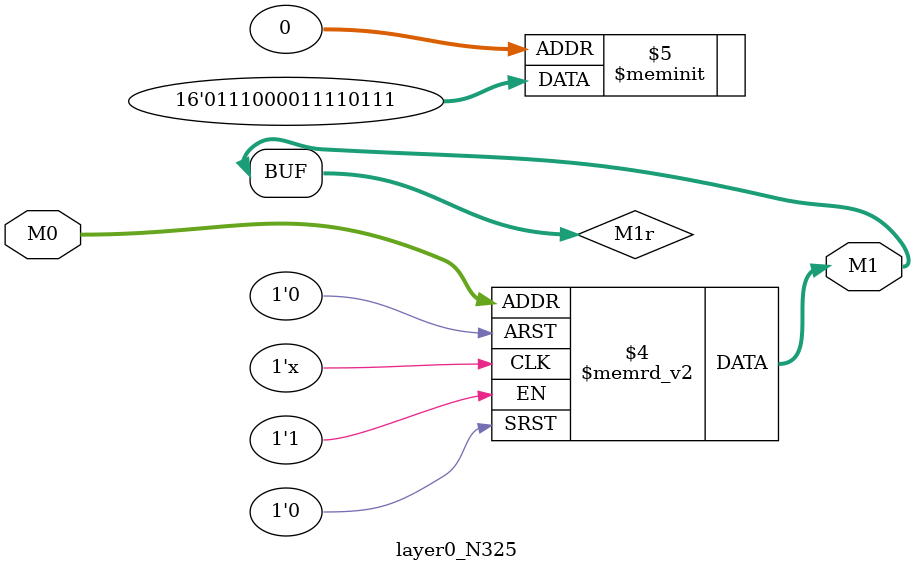
<source format=v>
module layer0_N325 ( input [2:0] M0, output [1:0] M1 );

	(*rom_style = "distributed" *) reg [1:0] M1r;
	assign M1 = M1r;
	always @ (M0) begin
		case (M0)
			3'b000: M1r = 2'b11;
			3'b100: M1r = 2'b00;
			3'b010: M1r = 2'b11;
			3'b110: M1r = 2'b11;
			3'b001: M1r = 2'b01;
			3'b101: M1r = 2'b00;
			3'b011: M1r = 2'b11;
			3'b111: M1r = 2'b01;

		endcase
	end
endmodule

</source>
